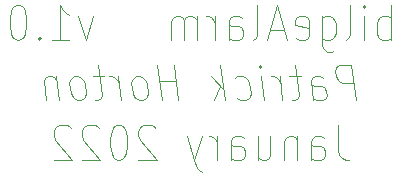
<source format=gbr>
%TF.GenerationSoftware,KiCad,Pcbnew,(5.1.6)-1*%
%TF.CreationDate,2022-01-22T13:21:43-05:00*%
%TF.ProjectId,bilgeAlarm,62696c67-6541-46c6-9172-6d2e6b696361,rev?*%
%TF.SameCoordinates,Original*%
%TF.FileFunction,Other,Comment*%
%FSLAX46Y46*%
G04 Gerber Fmt 4.6, Leading zero omitted, Abs format (unit mm)*
G04 Created by KiCad (PCBNEW (5.1.6)-1) date 2022-01-22 13:21:43*
%MOMM*%
%LPD*%
G01*
G04 APERTURE LIST*
%ADD10C,0.010000*%
G04 APERTURE END LIST*
D10*
X88569142Y69968857D02*
X88569142Y67826000D01*
X88688190Y67397428D01*
X88926285Y67111714D01*
X89283428Y66968857D01*
X89521523Y66968857D01*
X86307238Y66968857D02*
X86307238Y68540285D01*
X86426285Y68826000D01*
X86664380Y68968857D01*
X87140571Y68968857D01*
X87378666Y68826000D01*
X86307238Y67111714D02*
X86545333Y66968857D01*
X87140571Y66968857D01*
X87378666Y67111714D01*
X87497714Y67397428D01*
X87497714Y67683142D01*
X87378666Y67968857D01*
X87140571Y68111714D01*
X86545333Y68111714D01*
X86307238Y68254571D01*
X85116761Y68968857D02*
X85116761Y66968857D01*
X85116761Y68683142D02*
X84997714Y68826000D01*
X84759619Y68968857D01*
X84402476Y68968857D01*
X84164380Y68826000D01*
X84045333Y68540285D01*
X84045333Y66968857D01*
X81783428Y68968857D02*
X81783428Y66968857D01*
X82854857Y68968857D02*
X82854857Y67397428D01*
X82735809Y67111714D01*
X82497714Y66968857D01*
X82140571Y66968857D01*
X81902476Y67111714D01*
X81783428Y67254571D01*
X79521523Y66968857D02*
X79521523Y68540285D01*
X79640571Y68826000D01*
X79878666Y68968857D01*
X80354857Y68968857D01*
X80592952Y68826000D01*
X79521523Y67111714D02*
X79759619Y66968857D01*
X80354857Y66968857D01*
X80592952Y67111714D01*
X80712000Y67397428D01*
X80712000Y67683142D01*
X80592952Y67968857D01*
X80354857Y68111714D01*
X79759619Y68111714D01*
X79521523Y68254571D01*
X78331047Y66968857D02*
X78331047Y68968857D01*
X78331047Y68397428D02*
X78212000Y68683142D01*
X78092952Y68826000D01*
X77854857Y68968857D01*
X77616761Y68968857D01*
X77021523Y68968857D02*
X76426285Y66968857D01*
X75831047Y68968857D02*
X76426285Y66968857D01*
X76664380Y66254571D01*
X76783428Y66111714D01*
X77021523Y65968857D01*
X73092952Y69683142D02*
X72973904Y69826000D01*
X72735809Y69968857D01*
X72140571Y69968857D01*
X71902476Y69826000D01*
X71783428Y69683142D01*
X71664380Y69397428D01*
X71664380Y69111714D01*
X71783428Y68683142D01*
X73212000Y66968857D01*
X71664380Y66968857D01*
X70116761Y69968857D02*
X69878666Y69968857D01*
X69640571Y69826000D01*
X69521523Y69683142D01*
X69402476Y69397428D01*
X69283428Y68826000D01*
X69283428Y68111714D01*
X69402476Y67540285D01*
X69521523Y67254571D01*
X69640571Y67111714D01*
X69878666Y66968857D01*
X70116761Y66968857D01*
X70354857Y67111714D01*
X70473904Y67254571D01*
X70592952Y67540285D01*
X70712000Y68111714D01*
X70712000Y68826000D01*
X70592952Y69397428D01*
X70473904Y69683142D01*
X70354857Y69826000D01*
X70116761Y69968857D01*
X68331047Y69683142D02*
X68212000Y69826000D01*
X67973904Y69968857D01*
X67378666Y69968857D01*
X67140571Y69826000D01*
X67021523Y69683142D01*
X66902476Y69397428D01*
X66902476Y69111714D01*
X67021523Y68683142D01*
X68450095Y66968857D01*
X66902476Y66968857D01*
X65950095Y69683142D02*
X65831047Y69826000D01*
X65592952Y69968857D01*
X64997714Y69968857D01*
X64759619Y69826000D01*
X64640571Y69683142D01*
X64521523Y69397428D01*
X64521523Y69111714D01*
X64640571Y68683142D01*
X66069142Y66968857D01*
X64521523Y66968857D01*
X90067443Y72048857D02*
X89692443Y75048857D01*
X88740062Y75048857D01*
X88519824Y74906000D01*
X88418633Y74763142D01*
X88335300Y74477428D01*
X88388872Y74048857D01*
X88543633Y73763142D01*
X88680538Y73620285D01*
X88936491Y73477428D01*
X89888872Y73477428D01*
X86496014Y72048857D02*
X86299586Y73620285D01*
X86382919Y73906000D01*
X86603157Y74048857D01*
X87079348Y74048857D01*
X87335300Y73906000D01*
X86478157Y72191714D02*
X86734110Y72048857D01*
X87329348Y72048857D01*
X87549586Y72191714D01*
X87632919Y72477428D01*
X87597205Y72763142D01*
X87442443Y73048857D01*
X87186491Y73191714D01*
X86591252Y73191714D01*
X86335300Y73334571D01*
X85412681Y74048857D02*
X84460300Y74048857D01*
X84930538Y75048857D02*
X85251967Y72477428D01*
X85168633Y72191714D01*
X84948395Y72048857D01*
X84710300Y72048857D01*
X83876967Y72048857D02*
X83626967Y74048857D01*
X83698395Y73477428D02*
X83543633Y73763142D01*
X83406729Y73906000D01*
X83150776Y74048857D01*
X82912681Y74048857D01*
X82329348Y72048857D02*
X82079348Y74048857D01*
X81954348Y75048857D02*
X82091252Y74906000D01*
X81990062Y74763142D01*
X81853157Y74906000D01*
X81954348Y75048857D01*
X81990062Y74763142D01*
X80049586Y72191714D02*
X80305538Y72048857D01*
X80781729Y72048857D01*
X81001967Y72191714D01*
X81103157Y72334571D01*
X81186491Y72620285D01*
X81079348Y73477428D01*
X80924586Y73763142D01*
X80787681Y73906000D01*
X80531729Y74048857D01*
X80055538Y74048857D01*
X79835300Y73906000D01*
X78996014Y72048857D02*
X78621014Y75048857D01*
X78615062Y73191714D02*
X78043633Y72048857D01*
X77793633Y74048857D02*
X78888872Y72906000D01*
X75067443Y72048857D02*
X74692443Y75048857D01*
X74871014Y73620285D02*
X73442443Y73620285D01*
X73638872Y72048857D02*
X73263872Y75048857D01*
X72091252Y72048857D02*
X72311491Y72191714D01*
X72412681Y72334571D01*
X72496014Y72620285D01*
X72388872Y73477428D01*
X72234110Y73763142D01*
X72097205Y73906000D01*
X71841252Y74048857D01*
X71484110Y74048857D01*
X71263872Y73906000D01*
X71162681Y73763142D01*
X71079348Y73477428D01*
X71186491Y72620285D01*
X71341252Y72334571D01*
X71478157Y72191714D01*
X71734110Y72048857D01*
X72091252Y72048857D01*
X70186491Y72048857D02*
X69936491Y74048857D01*
X70007919Y73477428D02*
X69853157Y73763142D01*
X69716252Y73906000D01*
X69460300Y74048857D01*
X69222205Y74048857D01*
X68746014Y74048857D02*
X67793633Y74048857D01*
X68263872Y75048857D02*
X68585300Y72477428D01*
X68501967Y72191714D01*
X68281729Y72048857D01*
X68043633Y72048857D01*
X66853157Y72048857D02*
X67073395Y72191714D01*
X67174586Y72334571D01*
X67257919Y72620285D01*
X67150776Y73477428D01*
X66996014Y73763142D01*
X66859110Y73906000D01*
X66603157Y74048857D01*
X66246014Y74048857D01*
X66025776Y73906000D01*
X65924586Y73763142D01*
X65841252Y73477428D01*
X65948395Y72620285D01*
X66103157Y72334571D01*
X66240062Y72191714D01*
X66496014Y72048857D01*
X66853157Y72048857D01*
X64698395Y74048857D02*
X64948395Y72048857D01*
X64734110Y73763142D02*
X64597205Y73906000D01*
X64341252Y74048857D01*
X63984110Y74048857D01*
X63763872Y73906000D01*
X63680538Y73620285D01*
X63876967Y72048857D01*
X93033428Y77128857D02*
X93033428Y80128857D01*
X93033428Y78986000D02*
X92795333Y79128857D01*
X92319142Y79128857D01*
X92081047Y78986000D01*
X91962000Y78843142D01*
X91842952Y78557428D01*
X91842952Y77700285D01*
X91962000Y77414571D01*
X92081047Y77271714D01*
X92319142Y77128857D01*
X92795333Y77128857D01*
X93033428Y77271714D01*
X90771523Y77128857D02*
X90771523Y79128857D01*
X90771523Y80128857D02*
X90890571Y79986000D01*
X90771523Y79843142D01*
X90652476Y79986000D01*
X90771523Y80128857D01*
X90771523Y79843142D01*
X89223904Y77128857D02*
X89462000Y77271714D01*
X89581047Y77557428D01*
X89581047Y80128857D01*
X87200095Y79128857D02*
X87200095Y76700285D01*
X87319142Y76414571D01*
X87438190Y76271714D01*
X87676285Y76128857D01*
X88033428Y76128857D01*
X88271523Y76271714D01*
X87200095Y77271714D02*
X87438190Y77128857D01*
X87914380Y77128857D01*
X88152476Y77271714D01*
X88271523Y77414571D01*
X88390571Y77700285D01*
X88390571Y78557428D01*
X88271523Y78843142D01*
X88152476Y78986000D01*
X87914380Y79128857D01*
X87438190Y79128857D01*
X87200095Y78986000D01*
X85057238Y77271714D02*
X85295333Y77128857D01*
X85771523Y77128857D01*
X86009619Y77271714D01*
X86128666Y77557428D01*
X86128666Y78700285D01*
X86009619Y78986000D01*
X85771523Y79128857D01*
X85295333Y79128857D01*
X85057238Y78986000D01*
X84938190Y78700285D01*
X84938190Y78414571D01*
X86128666Y78128857D01*
X83985809Y77986000D02*
X82795333Y77986000D01*
X84223904Y77128857D02*
X83390571Y80128857D01*
X82557238Y77128857D01*
X81366761Y77128857D02*
X81604857Y77271714D01*
X81723904Y77557428D01*
X81723904Y80128857D01*
X79342952Y77128857D02*
X79342952Y78700285D01*
X79462000Y78986000D01*
X79700095Y79128857D01*
X80176285Y79128857D01*
X80414380Y78986000D01*
X79342952Y77271714D02*
X79581047Y77128857D01*
X80176285Y77128857D01*
X80414380Y77271714D01*
X80533428Y77557428D01*
X80533428Y77843142D01*
X80414380Y78128857D01*
X80176285Y78271714D01*
X79581047Y78271714D01*
X79342952Y78414571D01*
X78152476Y77128857D02*
X78152476Y79128857D01*
X78152476Y78557428D02*
X78033428Y78843142D01*
X77914380Y78986000D01*
X77676285Y79128857D01*
X77438190Y79128857D01*
X76604857Y77128857D02*
X76604857Y79128857D01*
X76604857Y78843142D02*
X76485809Y78986000D01*
X76247714Y79128857D01*
X75890571Y79128857D01*
X75652476Y78986000D01*
X75533428Y78700285D01*
X75533428Y77128857D01*
X75533428Y78700285D02*
X75414380Y78986000D01*
X75176285Y79128857D01*
X74819142Y79128857D01*
X74581047Y78986000D01*
X74462000Y78700285D01*
X74462000Y77128857D01*
X67795333Y79128857D02*
X67200095Y77128857D01*
X66604857Y79128857D01*
X64342952Y77128857D02*
X65771523Y77128857D01*
X65057238Y77128857D02*
X65057238Y80128857D01*
X65295333Y79700285D01*
X65533428Y79414571D01*
X65771523Y79271714D01*
X63271523Y77414571D02*
X63152476Y77271714D01*
X63271523Y77128857D01*
X63390571Y77271714D01*
X63271523Y77414571D01*
X63271523Y77128857D01*
X61604857Y80128857D02*
X61366761Y80128857D01*
X61128666Y79986000D01*
X61009619Y79843142D01*
X60890571Y79557428D01*
X60771523Y78986000D01*
X60771523Y78271714D01*
X60890571Y77700285D01*
X61009619Y77414571D01*
X61128666Y77271714D01*
X61366761Y77128857D01*
X61604857Y77128857D01*
X61842952Y77271714D01*
X61962000Y77414571D01*
X62081047Y77700285D01*
X62200095Y78271714D01*
X62200095Y78986000D01*
X62081047Y79557428D01*
X61962000Y79843142D01*
X61842952Y79986000D01*
X61604857Y80128857D01*
M02*

</source>
